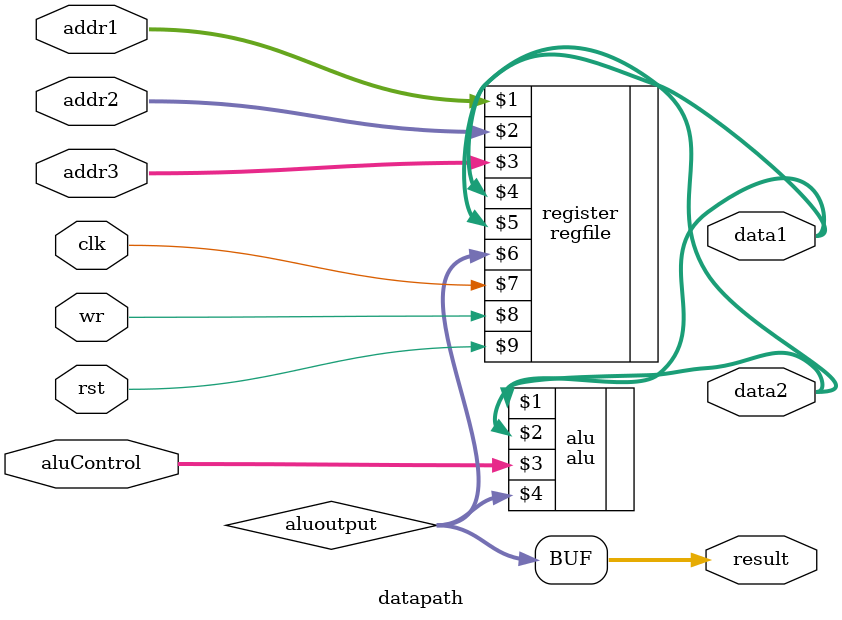
<source format=v>
module datapath(
        input [1:0] addr1, addr2, addr3,
        input clk, wr, rst,
        input [2:0] aluControl,
        output [31:0] data1,data2,result
        
);

wire [31:0] data1, data2, aluoutput;

alu alu(data1,data2,aluControl,aluoutput);
regfile register(addr1, addr2, addr3, data1,data2,aluoutput,clk,wr,rst);
assign result = aluoutput;

endmodule

</source>
